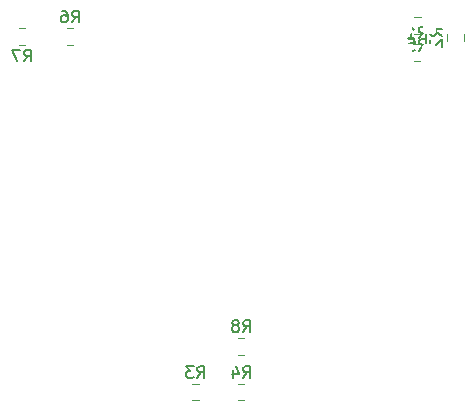
<source format=gbr>
G04 #@! TF.GenerationSoftware,KiCad,Pcbnew,(5.1.2-1)-1*
G04 #@! TF.CreationDate,2019-07-31T09:11:47+08:00*
G04 #@! TF.ProjectId,arduino_fft_led,61726475-696e-46f5-9f66-66745f6c6564,rev?*
G04 #@! TF.SameCoordinates,Original*
G04 #@! TF.FileFunction,Legend,Bot*
G04 #@! TF.FilePolarity,Positive*
%FSLAX46Y46*%
G04 Gerber Fmt 4.6, Leading zero omitted, Abs format (unit mm)*
G04 Created by KiCad (PCBNEW (5.1.2-1)-1) date 2019-07-31 09:11:47*
%MOMM*%
%LPD*%
G04 APERTURE LIST*
%ADD10C,0.120000*%
%ADD11C,0.150000*%
%ADD12O,1.727200X2.032000*%
%ADD13C,4.064000*%
%ADD14R,3.500000X3.500000*%
%ADD15C,0.100000*%
%ADD16C,3.000000*%
%ADD17C,3.500000*%
%ADD18R,2.500000X1.800000*%
%ADD19R,1.800000X2.500000*%
%ADD20C,1.200000*%
%ADD21R,1.700000X1.700000*%
%ADD22O,1.700000X1.700000*%
%ADD23C,2.000000*%
%ADD24R,2.000000X2.000000*%
%ADD25R,1.200000X1.200000*%
%ADD26C,2.340000*%
%ADD27C,1.150000*%
G04 APERTURE END LIST*
D10*
X169374452Y-93547000D02*
X168851948Y-93547000D01*
X169374452Y-92127000D02*
X168851948Y-92127000D01*
X171705200Y-91305748D02*
X171705200Y-91828252D01*
X173125200Y-91305748D02*
X173125200Y-91828252D01*
X150629252Y-120879800D02*
X150106748Y-120879800D01*
X150629252Y-122299800D02*
X150106748Y-122299800D01*
X154515452Y-122299800D02*
X153992948Y-122299800D01*
X154515452Y-120879800D02*
X153992948Y-120879800D01*
X168902748Y-91286400D02*
X169425252Y-91286400D01*
X168902748Y-89866400D02*
X169425252Y-89866400D01*
X140012052Y-90780800D02*
X139489548Y-90780800D01*
X140012052Y-92200800D02*
X139489548Y-92200800D01*
X135425548Y-90780800D02*
X135948052Y-90780800D01*
X135425548Y-92200800D02*
X135948052Y-92200800D01*
X154515452Y-118413600D02*
X153992948Y-118413600D01*
X154515452Y-116993600D02*
X153992948Y-116993600D01*
D11*
X169279866Y-91639380D02*
X169613200Y-91163190D01*
X169851295Y-91639380D02*
X169851295Y-90639380D01*
X169470342Y-90639380D01*
X169375104Y-90687000D01*
X169327485Y-90734619D01*
X169279866Y-90829857D01*
X169279866Y-90972714D01*
X169327485Y-91067952D01*
X169375104Y-91115571D01*
X169470342Y-91163190D01*
X169851295Y-91163190D01*
X168327485Y-91639380D02*
X168898914Y-91639380D01*
X168613200Y-91639380D02*
X168613200Y-90639380D01*
X168708438Y-90782238D01*
X168803676Y-90877476D01*
X168898914Y-90925095D01*
X171217580Y-91400333D02*
X170741390Y-91067000D01*
X171217580Y-90828904D02*
X170217580Y-90828904D01*
X170217580Y-91209857D01*
X170265200Y-91305095D01*
X170312819Y-91352714D01*
X170408057Y-91400333D01*
X170550914Y-91400333D01*
X170646152Y-91352714D01*
X170693771Y-91305095D01*
X170741390Y-91209857D01*
X170741390Y-90828904D01*
X170312819Y-91781285D02*
X170265200Y-91828904D01*
X170217580Y-91924142D01*
X170217580Y-92162238D01*
X170265200Y-92257476D01*
X170312819Y-92305095D01*
X170408057Y-92352714D01*
X170503295Y-92352714D01*
X170646152Y-92305095D01*
X171217580Y-91733666D01*
X171217580Y-92352714D01*
X150534666Y-120392180D02*
X150868000Y-119915990D01*
X151106095Y-120392180D02*
X151106095Y-119392180D01*
X150725142Y-119392180D01*
X150629904Y-119439800D01*
X150582285Y-119487419D01*
X150534666Y-119582657D01*
X150534666Y-119725514D01*
X150582285Y-119820752D01*
X150629904Y-119868371D01*
X150725142Y-119915990D01*
X151106095Y-119915990D01*
X150201333Y-119392180D02*
X149582285Y-119392180D01*
X149915619Y-119773133D01*
X149772761Y-119773133D01*
X149677523Y-119820752D01*
X149629904Y-119868371D01*
X149582285Y-119963609D01*
X149582285Y-120201704D01*
X149629904Y-120296942D01*
X149677523Y-120344561D01*
X149772761Y-120392180D01*
X150058476Y-120392180D01*
X150153714Y-120344561D01*
X150201333Y-120296942D01*
X154420866Y-120392180D02*
X154754200Y-119915990D01*
X154992295Y-120392180D02*
X154992295Y-119392180D01*
X154611342Y-119392180D01*
X154516104Y-119439800D01*
X154468485Y-119487419D01*
X154420866Y-119582657D01*
X154420866Y-119725514D01*
X154468485Y-119820752D01*
X154516104Y-119868371D01*
X154611342Y-119915990D01*
X154992295Y-119915990D01*
X153563723Y-119725514D02*
X153563723Y-120392180D01*
X153801819Y-119344561D02*
X154039914Y-120058847D01*
X153420866Y-120058847D01*
X169330666Y-92678780D02*
X169664000Y-92202590D01*
X169902095Y-92678780D02*
X169902095Y-91678780D01*
X169521142Y-91678780D01*
X169425904Y-91726400D01*
X169378285Y-91774019D01*
X169330666Y-91869257D01*
X169330666Y-92012114D01*
X169378285Y-92107352D01*
X169425904Y-92154971D01*
X169521142Y-92202590D01*
X169902095Y-92202590D01*
X168425904Y-91678780D02*
X168902095Y-91678780D01*
X168949714Y-92154971D01*
X168902095Y-92107352D01*
X168806857Y-92059733D01*
X168568761Y-92059733D01*
X168473523Y-92107352D01*
X168425904Y-92154971D01*
X168378285Y-92250209D01*
X168378285Y-92488304D01*
X168425904Y-92583542D01*
X168473523Y-92631161D01*
X168568761Y-92678780D01*
X168806857Y-92678780D01*
X168902095Y-92631161D01*
X168949714Y-92583542D01*
X139917466Y-90293180D02*
X140250800Y-89816990D01*
X140488895Y-90293180D02*
X140488895Y-89293180D01*
X140107942Y-89293180D01*
X140012704Y-89340800D01*
X139965085Y-89388419D01*
X139917466Y-89483657D01*
X139917466Y-89626514D01*
X139965085Y-89721752D01*
X140012704Y-89769371D01*
X140107942Y-89816990D01*
X140488895Y-89816990D01*
X139060323Y-89293180D02*
X139250800Y-89293180D01*
X139346038Y-89340800D01*
X139393657Y-89388419D01*
X139488895Y-89531276D01*
X139536514Y-89721752D01*
X139536514Y-90102704D01*
X139488895Y-90197942D01*
X139441276Y-90245561D01*
X139346038Y-90293180D01*
X139155561Y-90293180D01*
X139060323Y-90245561D01*
X139012704Y-90197942D01*
X138965085Y-90102704D01*
X138965085Y-89864609D01*
X139012704Y-89769371D01*
X139060323Y-89721752D01*
X139155561Y-89674133D01*
X139346038Y-89674133D01*
X139441276Y-89721752D01*
X139488895Y-89769371D01*
X139536514Y-89864609D01*
X135853466Y-93593180D02*
X136186800Y-93116990D01*
X136424895Y-93593180D02*
X136424895Y-92593180D01*
X136043942Y-92593180D01*
X135948704Y-92640800D01*
X135901085Y-92688419D01*
X135853466Y-92783657D01*
X135853466Y-92926514D01*
X135901085Y-93021752D01*
X135948704Y-93069371D01*
X136043942Y-93116990D01*
X136424895Y-93116990D01*
X135520133Y-92593180D02*
X134853466Y-92593180D01*
X135282038Y-93593180D01*
X154420866Y-116505980D02*
X154754200Y-116029790D01*
X154992295Y-116505980D02*
X154992295Y-115505980D01*
X154611342Y-115505980D01*
X154516104Y-115553600D01*
X154468485Y-115601219D01*
X154420866Y-115696457D01*
X154420866Y-115839314D01*
X154468485Y-115934552D01*
X154516104Y-115982171D01*
X154611342Y-116029790D01*
X154992295Y-116029790D01*
X153849438Y-115934552D02*
X153944676Y-115886933D01*
X153992295Y-115839314D01*
X154039914Y-115744076D01*
X154039914Y-115696457D01*
X153992295Y-115601219D01*
X153944676Y-115553600D01*
X153849438Y-115505980D01*
X153658961Y-115505980D01*
X153563723Y-115553600D01*
X153516104Y-115601219D01*
X153468485Y-115696457D01*
X153468485Y-115744076D01*
X153516104Y-115839314D01*
X153563723Y-115886933D01*
X153658961Y-115934552D01*
X153849438Y-115934552D01*
X153944676Y-115982171D01*
X153992295Y-116029790D01*
X154039914Y-116125028D01*
X154039914Y-116315504D01*
X153992295Y-116410742D01*
X153944676Y-116458361D01*
X153849438Y-116505980D01*
X153658961Y-116505980D01*
X153563723Y-116458361D01*
X153516104Y-116410742D01*
X153468485Y-116315504D01*
X153468485Y-116125028D01*
X153516104Y-116029790D01*
X153563723Y-115982171D01*
X153658961Y-115934552D01*
%LPC*%
D12*
X138938000Y-123825000D03*
X141478000Y-123825000D03*
X144018000Y-123825000D03*
X146558000Y-123825000D03*
X149098000Y-123825000D03*
X151638000Y-123825000D03*
X154178000Y-123825000D03*
X156718000Y-123825000D03*
X161798000Y-123825000D03*
X164338000Y-123825000D03*
X166878000Y-123825000D03*
X169418000Y-123825000D03*
X171958000Y-123825000D03*
X174498000Y-123825000D03*
X129794000Y-75565000D03*
X132334000Y-75565000D03*
X134874000Y-75565000D03*
X137414000Y-75565000D03*
X139954000Y-75565000D03*
X142494000Y-75565000D03*
X145034000Y-75565000D03*
X147574000Y-75565000D03*
X150114000Y-75565000D03*
X152654000Y-75565000D03*
X156718000Y-75565000D03*
X159258000Y-75565000D03*
X161798000Y-75565000D03*
X164338000Y-75565000D03*
X166878000Y-75565000D03*
X169418000Y-75565000D03*
X171958000Y-75565000D03*
X174498000Y-75565000D03*
D13*
X124968000Y-123825000D03*
X177038000Y-118745000D03*
X126238000Y-75565000D03*
X177038000Y-90805000D03*
D14*
X121640600Y-105689400D03*
D15*
G36*
X116464113Y-103943011D02*
G01*
X116536918Y-103953811D01*
X116608314Y-103971695D01*
X116677613Y-103996490D01*
X116744148Y-104027959D01*
X116807278Y-104065798D01*
X116866395Y-104109642D01*
X116920930Y-104159070D01*
X116970358Y-104213605D01*
X117014202Y-104272722D01*
X117052041Y-104335852D01*
X117083510Y-104402387D01*
X117108305Y-104471686D01*
X117126189Y-104543082D01*
X117136989Y-104615887D01*
X117140600Y-104689400D01*
X117140600Y-106689400D01*
X117136989Y-106762913D01*
X117126189Y-106835718D01*
X117108305Y-106907114D01*
X117083510Y-106976413D01*
X117052041Y-107042948D01*
X117014202Y-107106078D01*
X116970358Y-107165195D01*
X116920930Y-107219730D01*
X116866395Y-107269158D01*
X116807278Y-107313002D01*
X116744148Y-107350841D01*
X116677613Y-107382310D01*
X116608314Y-107407105D01*
X116536918Y-107424989D01*
X116464113Y-107435789D01*
X116390600Y-107439400D01*
X114890600Y-107439400D01*
X114817087Y-107435789D01*
X114744282Y-107424989D01*
X114672886Y-107407105D01*
X114603587Y-107382310D01*
X114537052Y-107350841D01*
X114473922Y-107313002D01*
X114414805Y-107269158D01*
X114360270Y-107219730D01*
X114310842Y-107165195D01*
X114266998Y-107106078D01*
X114229159Y-107042948D01*
X114197690Y-106976413D01*
X114172895Y-106907114D01*
X114155011Y-106835718D01*
X114144211Y-106762913D01*
X114140600Y-106689400D01*
X114140600Y-104689400D01*
X114144211Y-104615887D01*
X114155011Y-104543082D01*
X114172895Y-104471686D01*
X114197690Y-104402387D01*
X114229159Y-104335852D01*
X114266998Y-104272722D01*
X114310842Y-104213605D01*
X114360270Y-104159070D01*
X114414805Y-104109642D01*
X114473922Y-104065798D01*
X114537052Y-104027959D01*
X114603587Y-103996490D01*
X114672886Y-103971695D01*
X114744282Y-103953811D01*
X114817087Y-103943011D01*
X114890600Y-103939400D01*
X116390600Y-103939400D01*
X116464113Y-103943011D01*
X116464113Y-103943011D01*
G37*
D16*
X115640600Y-105689400D03*
D15*
G36*
X119601365Y-108643613D02*
G01*
X119686304Y-108656213D01*
X119769599Y-108677077D01*
X119850448Y-108706005D01*
X119928072Y-108742719D01*
X120001724Y-108786864D01*
X120070694Y-108838016D01*
X120134318Y-108895682D01*
X120191984Y-108959306D01*
X120243136Y-109028276D01*
X120287281Y-109101928D01*
X120323995Y-109179552D01*
X120352923Y-109260401D01*
X120373787Y-109343696D01*
X120386387Y-109428635D01*
X120390600Y-109514400D01*
X120390600Y-111264400D01*
X120386387Y-111350165D01*
X120373787Y-111435104D01*
X120352923Y-111518399D01*
X120323995Y-111599248D01*
X120287281Y-111676872D01*
X120243136Y-111750524D01*
X120191984Y-111819494D01*
X120134318Y-111883118D01*
X120070694Y-111940784D01*
X120001724Y-111991936D01*
X119928072Y-112036081D01*
X119850448Y-112072795D01*
X119769599Y-112101723D01*
X119686304Y-112122587D01*
X119601365Y-112135187D01*
X119515600Y-112139400D01*
X117765600Y-112139400D01*
X117679835Y-112135187D01*
X117594896Y-112122587D01*
X117511601Y-112101723D01*
X117430752Y-112072795D01*
X117353128Y-112036081D01*
X117279476Y-111991936D01*
X117210506Y-111940784D01*
X117146882Y-111883118D01*
X117089216Y-111819494D01*
X117038064Y-111750524D01*
X116993919Y-111676872D01*
X116957205Y-111599248D01*
X116928277Y-111518399D01*
X116907413Y-111435104D01*
X116894813Y-111350165D01*
X116890600Y-111264400D01*
X116890600Y-109514400D01*
X116894813Y-109428635D01*
X116907413Y-109343696D01*
X116928277Y-109260401D01*
X116957205Y-109179552D01*
X116993919Y-109101928D01*
X117038064Y-109028276D01*
X117089216Y-108959306D01*
X117146882Y-108895682D01*
X117210506Y-108838016D01*
X117279476Y-108786864D01*
X117353128Y-108742719D01*
X117430752Y-108706005D01*
X117511601Y-108677077D01*
X117594896Y-108656213D01*
X117679835Y-108643613D01*
X117765600Y-108639400D01*
X119515600Y-108639400D01*
X119601365Y-108643613D01*
X119601365Y-108643613D01*
G37*
D17*
X118640600Y-110389400D03*
D18*
X168122600Y-108189400D03*
X168122600Y-103189400D03*
X168122600Y-110689400D03*
X168122600Y-100689400D03*
D19*
X173122600Y-105689400D03*
D20*
X168122600Y-105689400D03*
X173122600Y-110689400D03*
X175622600Y-110689400D03*
X173122600Y-100689400D03*
X175622600Y-100689400D03*
D21*
X138709400Y-81686400D03*
D22*
X138709400Y-84226400D03*
X138709400Y-86766400D03*
X143789400Y-86766400D03*
X143789400Y-84226400D03*
D21*
X143789400Y-81686400D03*
X148869400Y-81686400D03*
D22*
X148869400Y-84226400D03*
X148869400Y-86766400D03*
X153949400Y-86766400D03*
X153949400Y-84226400D03*
D21*
X153949400Y-81686400D03*
X159029400Y-81686400D03*
D22*
X159029400Y-84226400D03*
X159029400Y-86766400D03*
X164109400Y-86766400D03*
X164109400Y-84226400D03*
D21*
X164109400Y-81686400D03*
X169189400Y-81686400D03*
D22*
X169189400Y-84226400D03*
X169189400Y-86766400D03*
X174269400Y-86766400D03*
X174269400Y-84226400D03*
D21*
X174269400Y-81686400D03*
D23*
X146075400Y-119786400D03*
D24*
X143535400Y-119786400D03*
D20*
X167379400Y-95961200D03*
D25*
X165379400Y-95961200D03*
X170332400Y-95961200D03*
D20*
X172332400Y-95961200D03*
D25*
X174472600Y-114300000D03*
D20*
X172472600Y-114300000D03*
D25*
X137718800Y-94411800D03*
D20*
X137718800Y-96411800D03*
X139065000Y-104959400D03*
D25*
X139065000Y-106959400D03*
D26*
X137101600Y-117373400D03*
X132101600Y-117373400D03*
X127101600Y-117373400D03*
X137101600Y-112373400D03*
X132101600Y-112373400D03*
X127101600Y-112373400D03*
D22*
X113563400Y-95707200D03*
D21*
X113563400Y-93167200D03*
X113588800Y-82524600D03*
D22*
X113588800Y-85064600D03*
D21*
X132130800Y-93192600D03*
D22*
X132130800Y-95732600D03*
X132080000Y-85090000D03*
D21*
X132080000Y-82550000D03*
D22*
X159512000Y-92659200D03*
D21*
X162052000Y-92659200D03*
X149504400Y-92659200D03*
D22*
X146964400Y-92659200D03*
D21*
X162077400Y-97561400D03*
D22*
X159537400Y-97561400D03*
X146964400Y-97561400D03*
D21*
X149504400Y-97561400D03*
D22*
X159512000Y-115544600D03*
D21*
X162052000Y-115544600D03*
X172440600Y-120015000D03*
D22*
X169900600Y-120015000D03*
X167360600Y-120015000D03*
X164820600Y-120015000D03*
X162280600Y-120015000D03*
X159740600Y-120015000D03*
X157200600Y-120015000D03*
D21*
X149504400Y-115570000D03*
D22*
X146964400Y-115570000D03*
X144424400Y-115570000D03*
D15*
G36*
X168437705Y-92138204D02*
G01*
X168461973Y-92141804D01*
X168485772Y-92147765D01*
X168508871Y-92156030D01*
X168531050Y-92166520D01*
X168552093Y-92179132D01*
X168571799Y-92193747D01*
X168589977Y-92210223D01*
X168606453Y-92228401D01*
X168621068Y-92248107D01*
X168633680Y-92269150D01*
X168644170Y-92291329D01*
X168652435Y-92314428D01*
X168658396Y-92338227D01*
X168661996Y-92362495D01*
X168663200Y-92386999D01*
X168663200Y-93287001D01*
X168661996Y-93311505D01*
X168658396Y-93335773D01*
X168652435Y-93359572D01*
X168644170Y-93382671D01*
X168633680Y-93404850D01*
X168621068Y-93425893D01*
X168606453Y-93445599D01*
X168589977Y-93463777D01*
X168571799Y-93480253D01*
X168552093Y-93494868D01*
X168531050Y-93507480D01*
X168508871Y-93517970D01*
X168485772Y-93526235D01*
X168461973Y-93532196D01*
X168437705Y-93535796D01*
X168413201Y-93537000D01*
X167763199Y-93537000D01*
X167738695Y-93535796D01*
X167714427Y-93532196D01*
X167690628Y-93526235D01*
X167667529Y-93517970D01*
X167645350Y-93507480D01*
X167624307Y-93494868D01*
X167604601Y-93480253D01*
X167586423Y-93463777D01*
X167569947Y-93445599D01*
X167555332Y-93425893D01*
X167542720Y-93404850D01*
X167532230Y-93382671D01*
X167523965Y-93359572D01*
X167518004Y-93335773D01*
X167514404Y-93311505D01*
X167513200Y-93287001D01*
X167513200Y-92386999D01*
X167514404Y-92362495D01*
X167518004Y-92338227D01*
X167523965Y-92314428D01*
X167532230Y-92291329D01*
X167542720Y-92269150D01*
X167555332Y-92248107D01*
X167569947Y-92228401D01*
X167586423Y-92210223D01*
X167604601Y-92193747D01*
X167624307Y-92179132D01*
X167645350Y-92166520D01*
X167667529Y-92156030D01*
X167690628Y-92147765D01*
X167714427Y-92141804D01*
X167738695Y-92138204D01*
X167763199Y-92137000D01*
X168413201Y-92137000D01*
X168437705Y-92138204D01*
X168437705Y-92138204D01*
G37*
D27*
X168088200Y-92837000D03*
D15*
G36*
X170487705Y-92138204D02*
G01*
X170511973Y-92141804D01*
X170535772Y-92147765D01*
X170558871Y-92156030D01*
X170581050Y-92166520D01*
X170602093Y-92179132D01*
X170621799Y-92193747D01*
X170639977Y-92210223D01*
X170656453Y-92228401D01*
X170671068Y-92248107D01*
X170683680Y-92269150D01*
X170694170Y-92291329D01*
X170702435Y-92314428D01*
X170708396Y-92338227D01*
X170711996Y-92362495D01*
X170713200Y-92386999D01*
X170713200Y-93287001D01*
X170711996Y-93311505D01*
X170708396Y-93335773D01*
X170702435Y-93359572D01*
X170694170Y-93382671D01*
X170683680Y-93404850D01*
X170671068Y-93425893D01*
X170656453Y-93445599D01*
X170639977Y-93463777D01*
X170621799Y-93480253D01*
X170602093Y-93494868D01*
X170581050Y-93507480D01*
X170558871Y-93517970D01*
X170535772Y-93526235D01*
X170511973Y-93532196D01*
X170487705Y-93535796D01*
X170463201Y-93537000D01*
X169813199Y-93537000D01*
X169788695Y-93535796D01*
X169764427Y-93532196D01*
X169740628Y-93526235D01*
X169717529Y-93517970D01*
X169695350Y-93507480D01*
X169674307Y-93494868D01*
X169654601Y-93480253D01*
X169636423Y-93463777D01*
X169619947Y-93445599D01*
X169605332Y-93425893D01*
X169592720Y-93404850D01*
X169582230Y-93382671D01*
X169573965Y-93359572D01*
X169568004Y-93335773D01*
X169564404Y-93311505D01*
X169563200Y-93287001D01*
X169563200Y-92386999D01*
X169564404Y-92362495D01*
X169568004Y-92338227D01*
X169573965Y-92314428D01*
X169582230Y-92291329D01*
X169592720Y-92269150D01*
X169605332Y-92248107D01*
X169619947Y-92228401D01*
X169636423Y-92210223D01*
X169654601Y-92193747D01*
X169674307Y-92179132D01*
X169695350Y-92166520D01*
X169717529Y-92156030D01*
X169740628Y-92147765D01*
X169764427Y-92141804D01*
X169788695Y-92138204D01*
X169813199Y-92137000D01*
X170463201Y-92137000D01*
X170487705Y-92138204D01*
X170487705Y-92138204D01*
G37*
D27*
X170138200Y-92837000D03*
D15*
G36*
X172889705Y-89968204D02*
G01*
X172913973Y-89971804D01*
X172937772Y-89977765D01*
X172960871Y-89986030D01*
X172983050Y-89996520D01*
X173004093Y-90009132D01*
X173023799Y-90023747D01*
X173041977Y-90040223D01*
X173058453Y-90058401D01*
X173073068Y-90078107D01*
X173085680Y-90099150D01*
X173096170Y-90121329D01*
X173104435Y-90144428D01*
X173110396Y-90168227D01*
X173113996Y-90192495D01*
X173115200Y-90216999D01*
X173115200Y-90867001D01*
X173113996Y-90891505D01*
X173110396Y-90915773D01*
X173104435Y-90939572D01*
X173096170Y-90962671D01*
X173085680Y-90984850D01*
X173073068Y-91005893D01*
X173058453Y-91025599D01*
X173041977Y-91043777D01*
X173023799Y-91060253D01*
X173004093Y-91074868D01*
X172983050Y-91087480D01*
X172960871Y-91097970D01*
X172937772Y-91106235D01*
X172913973Y-91112196D01*
X172889705Y-91115796D01*
X172865201Y-91117000D01*
X171965199Y-91117000D01*
X171940695Y-91115796D01*
X171916427Y-91112196D01*
X171892628Y-91106235D01*
X171869529Y-91097970D01*
X171847350Y-91087480D01*
X171826307Y-91074868D01*
X171806601Y-91060253D01*
X171788423Y-91043777D01*
X171771947Y-91025599D01*
X171757332Y-91005893D01*
X171744720Y-90984850D01*
X171734230Y-90962671D01*
X171725965Y-90939572D01*
X171720004Y-90915773D01*
X171716404Y-90891505D01*
X171715200Y-90867001D01*
X171715200Y-90216999D01*
X171716404Y-90192495D01*
X171720004Y-90168227D01*
X171725965Y-90144428D01*
X171734230Y-90121329D01*
X171744720Y-90099150D01*
X171757332Y-90078107D01*
X171771947Y-90058401D01*
X171788423Y-90040223D01*
X171806601Y-90023747D01*
X171826307Y-90009132D01*
X171847350Y-89996520D01*
X171869529Y-89986030D01*
X171892628Y-89977765D01*
X171916427Y-89971804D01*
X171940695Y-89968204D01*
X171965199Y-89967000D01*
X172865201Y-89967000D01*
X172889705Y-89968204D01*
X172889705Y-89968204D01*
G37*
D27*
X172415200Y-90542000D03*
D15*
G36*
X172889705Y-92018204D02*
G01*
X172913973Y-92021804D01*
X172937772Y-92027765D01*
X172960871Y-92036030D01*
X172983050Y-92046520D01*
X173004093Y-92059132D01*
X173023799Y-92073747D01*
X173041977Y-92090223D01*
X173058453Y-92108401D01*
X173073068Y-92128107D01*
X173085680Y-92149150D01*
X173096170Y-92171329D01*
X173104435Y-92194428D01*
X173110396Y-92218227D01*
X173113996Y-92242495D01*
X173115200Y-92266999D01*
X173115200Y-92917001D01*
X173113996Y-92941505D01*
X173110396Y-92965773D01*
X173104435Y-92989572D01*
X173096170Y-93012671D01*
X173085680Y-93034850D01*
X173073068Y-93055893D01*
X173058453Y-93075599D01*
X173041977Y-93093777D01*
X173023799Y-93110253D01*
X173004093Y-93124868D01*
X172983050Y-93137480D01*
X172960871Y-93147970D01*
X172937772Y-93156235D01*
X172913973Y-93162196D01*
X172889705Y-93165796D01*
X172865201Y-93167000D01*
X171965199Y-93167000D01*
X171940695Y-93165796D01*
X171916427Y-93162196D01*
X171892628Y-93156235D01*
X171869529Y-93147970D01*
X171847350Y-93137480D01*
X171826307Y-93124868D01*
X171806601Y-93110253D01*
X171788423Y-93093777D01*
X171771947Y-93075599D01*
X171757332Y-93055893D01*
X171744720Y-93034850D01*
X171734230Y-93012671D01*
X171725965Y-92989572D01*
X171720004Y-92965773D01*
X171716404Y-92941505D01*
X171715200Y-92917001D01*
X171715200Y-92266999D01*
X171716404Y-92242495D01*
X171720004Y-92218227D01*
X171725965Y-92194428D01*
X171734230Y-92171329D01*
X171744720Y-92149150D01*
X171757332Y-92128107D01*
X171771947Y-92108401D01*
X171788423Y-92090223D01*
X171806601Y-92073747D01*
X171826307Y-92059132D01*
X171847350Y-92046520D01*
X171869529Y-92036030D01*
X171892628Y-92027765D01*
X171916427Y-92021804D01*
X171940695Y-92018204D01*
X171965199Y-92017000D01*
X172865201Y-92017000D01*
X172889705Y-92018204D01*
X172889705Y-92018204D01*
G37*
D27*
X172415200Y-92592000D03*
D15*
G36*
X151742505Y-120891004D02*
G01*
X151766773Y-120894604D01*
X151790572Y-120900565D01*
X151813671Y-120908830D01*
X151835850Y-120919320D01*
X151856893Y-120931932D01*
X151876599Y-120946547D01*
X151894777Y-120963023D01*
X151911253Y-120981201D01*
X151925868Y-121000907D01*
X151938480Y-121021950D01*
X151948970Y-121044129D01*
X151957235Y-121067228D01*
X151963196Y-121091027D01*
X151966796Y-121115295D01*
X151968000Y-121139799D01*
X151968000Y-122039801D01*
X151966796Y-122064305D01*
X151963196Y-122088573D01*
X151957235Y-122112372D01*
X151948970Y-122135471D01*
X151938480Y-122157650D01*
X151925868Y-122178693D01*
X151911253Y-122198399D01*
X151894777Y-122216577D01*
X151876599Y-122233053D01*
X151856893Y-122247668D01*
X151835850Y-122260280D01*
X151813671Y-122270770D01*
X151790572Y-122279035D01*
X151766773Y-122284996D01*
X151742505Y-122288596D01*
X151718001Y-122289800D01*
X151067999Y-122289800D01*
X151043495Y-122288596D01*
X151019227Y-122284996D01*
X150995428Y-122279035D01*
X150972329Y-122270770D01*
X150950150Y-122260280D01*
X150929107Y-122247668D01*
X150909401Y-122233053D01*
X150891223Y-122216577D01*
X150874747Y-122198399D01*
X150860132Y-122178693D01*
X150847520Y-122157650D01*
X150837030Y-122135471D01*
X150828765Y-122112372D01*
X150822804Y-122088573D01*
X150819204Y-122064305D01*
X150818000Y-122039801D01*
X150818000Y-121139799D01*
X150819204Y-121115295D01*
X150822804Y-121091027D01*
X150828765Y-121067228D01*
X150837030Y-121044129D01*
X150847520Y-121021950D01*
X150860132Y-121000907D01*
X150874747Y-120981201D01*
X150891223Y-120963023D01*
X150909401Y-120946547D01*
X150929107Y-120931932D01*
X150950150Y-120919320D01*
X150972329Y-120908830D01*
X150995428Y-120900565D01*
X151019227Y-120894604D01*
X151043495Y-120891004D01*
X151067999Y-120889800D01*
X151718001Y-120889800D01*
X151742505Y-120891004D01*
X151742505Y-120891004D01*
G37*
D27*
X151393000Y-121589800D03*
D15*
G36*
X149692505Y-120891004D02*
G01*
X149716773Y-120894604D01*
X149740572Y-120900565D01*
X149763671Y-120908830D01*
X149785850Y-120919320D01*
X149806893Y-120931932D01*
X149826599Y-120946547D01*
X149844777Y-120963023D01*
X149861253Y-120981201D01*
X149875868Y-121000907D01*
X149888480Y-121021950D01*
X149898970Y-121044129D01*
X149907235Y-121067228D01*
X149913196Y-121091027D01*
X149916796Y-121115295D01*
X149918000Y-121139799D01*
X149918000Y-122039801D01*
X149916796Y-122064305D01*
X149913196Y-122088573D01*
X149907235Y-122112372D01*
X149898970Y-122135471D01*
X149888480Y-122157650D01*
X149875868Y-122178693D01*
X149861253Y-122198399D01*
X149844777Y-122216577D01*
X149826599Y-122233053D01*
X149806893Y-122247668D01*
X149785850Y-122260280D01*
X149763671Y-122270770D01*
X149740572Y-122279035D01*
X149716773Y-122284996D01*
X149692505Y-122288596D01*
X149668001Y-122289800D01*
X149017999Y-122289800D01*
X148993495Y-122288596D01*
X148969227Y-122284996D01*
X148945428Y-122279035D01*
X148922329Y-122270770D01*
X148900150Y-122260280D01*
X148879107Y-122247668D01*
X148859401Y-122233053D01*
X148841223Y-122216577D01*
X148824747Y-122198399D01*
X148810132Y-122178693D01*
X148797520Y-122157650D01*
X148787030Y-122135471D01*
X148778765Y-122112372D01*
X148772804Y-122088573D01*
X148769204Y-122064305D01*
X148768000Y-122039801D01*
X148768000Y-121139799D01*
X148769204Y-121115295D01*
X148772804Y-121091027D01*
X148778765Y-121067228D01*
X148787030Y-121044129D01*
X148797520Y-121021950D01*
X148810132Y-121000907D01*
X148824747Y-120981201D01*
X148841223Y-120963023D01*
X148859401Y-120946547D01*
X148879107Y-120931932D01*
X148900150Y-120919320D01*
X148922329Y-120908830D01*
X148945428Y-120900565D01*
X148969227Y-120894604D01*
X148993495Y-120891004D01*
X149017999Y-120889800D01*
X149668001Y-120889800D01*
X149692505Y-120891004D01*
X149692505Y-120891004D01*
G37*
D27*
X149343000Y-121589800D03*
D15*
G36*
X153578705Y-120891004D02*
G01*
X153602973Y-120894604D01*
X153626772Y-120900565D01*
X153649871Y-120908830D01*
X153672050Y-120919320D01*
X153693093Y-120931932D01*
X153712799Y-120946547D01*
X153730977Y-120963023D01*
X153747453Y-120981201D01*
X153762068Y-121000907D01*
X153774680Y-121021950D01*
X153785170Y-121044129D01*
X153793435Y-121067228D01*
X153799396Y-121091027D01*
X153802996Y-121115295D01*
X153804200Y-121139799D01*
X153804200Y-122039801D01*
X153802996Y-122064305D01*
X153799396Y-122088573D01*
X153793435Y-122112372D01*
X153785170Y-122135471D01*
X153774680Y-122157650D01*
X153762068Y-122178693D01*
X153747453Y-122198399D01*
X153730977Y-122216577D01*
X153712799Y-122233053D01*
X153693093Y-122247668D01*
X153672050Y-122260280D01*
X153649871Y-122270770D01*
X153626772Y-122279035D01*
X153602973Y-122284996D01*
X153578705Y-122288596D01*
X153554201Y-122289800D01*
X152904199Y-122289800D01*
X152879695Y-122288596D01*
X152855427Y-122284996D01*
X152831628Y-122279035D01*
X152808529Y-122270770D01*
X152786350Y-122260280D01*
X152765307Y-122247668D01*
X152745601Y-122233053D01*
X152727423Y-122216577D01*
X152710947Y-122198399D01*
X152696332Y-122178693D01*
X152683720Y-122157650D01*
X152673230Y-122135471D01*
X152664965Y-122112372D01*
X152659004Y-122088573D01*
X152655404Y-122064305D01*
X152654200Y-122039801D01*
X152654200Y-121139799D01*
X152655404Y-121115295D01*
X152659004Y-121091027D01*
X152664965Y-121067228D01*
X152673230Y-121044129D01*
X152683720Y-121021950D01*
X152696332Y-121000907D01*
X152710947Y-120981201D01*
X152727423Y-120963023D01*
X152745601Y-120946547D01*
X152765307Y-120931932D01*
X152786350Y-120919320D01*
X152808529Y-120908830D01*
X152831628Y-120900565D01*
X152855427Y-120894604D01*
X152879695Y-120891004D01*
X152904199Y-120889800D01*
X153554201Y-120889800D01*
X153578705Y-120891004D01*
X153578705Y-120891004D01*
G37*
D27*
X153229200Y-121589800D03*
D15*
G36*
X155628705Y-120891004D02*
G01*
X155652973Y-120894604D01*
X155676772Y-120900565D01*
X155699871Y-120908830D01*
X155722050Y-120919320D01*
X155743093Y-120931932D01*
X155762799Y-120946547D01*
X155780977Y-120963023D01*
X155797453Y-120981201D01*
X155812068Y-121000907D01*
X155824680Y-121021950D01*
X155835170Y-121044129D01*
X155843435Y-121067228D01*
X155849396Y-121091027D01*
X155852996Y-121115295D01*
X155854200Y-121139799D01*
X155854200Y-122039801D01*
X155852996Y-122064305D01*
X155849396Y-122088573D01*
X155843435Y-122112372D01*
X155835170Y-122135471D01*
X155824680Y-122157650D01*
X155812068Y-122178693D01*
X155797453Y-122198399D01*
X155780977Y-122216577D01*
X155762799Y-122233053D01*
X155743093Y-122247668D01*
X155722050Y-122260280D01*
X155699871Y-122270770D01*
X155676772Y-122279035D01*
X155652973Y-122284996D01*
X155628705Y-122288596D01*
X155604201Y-122289800D01*
X154954199Y-122289800D01*
X154929695Y-122288596D01*
X154905427Y-122284996D01*
X154881628Y-122279035D01*
X154858529Y-122270770D01*
X154836350Y-122260280D01*
X154815307Y-122247668D01*
X154795601Y-122233053D01*
X154777423Y-122216577D01*
X154760947Y-122198399D01*
X154746332Y-122178693D01*
X154733720Y-122157650D01*
X154723230Y-122135471D01*
X154714965Y-122112372D01*
X154709004Y-122088573D01*
X154705404Y-122064305D01*
X154704200Y-122039801D01*
X154704200Y-121139799D01*
X154705404Y-121115295D01*
X154709004Y-121091027D01*
X154714965Y-121067228D01*
X154723230Y-121044129D01*
X154733720Y-121021950D01*
X154746332Y-121000907D01*
X154760947Y-120981201D01*
X154777423Y-120963023D01*
X154795601Y-120946547D01*
X154815307Y-120931932D01*
X154836350Y-120919320D01*
X154858529Y-120908830D01*
X154881628Y-120900565D01*
X154905427Y-120894604D01*
X154929695Y-120891004D01*
X154954199Y-120889800D01*
X155604201Y-120889800D01*
X155628705Y-120891004D01*
X155628705Y-120891004D01*
G37*
D27*
X155279200Y-121589800D03*
D15*
G36*
X168488505Y-89877604D02*
G01*
X168512773Y-89881204D01*
X168536572Y-89887165D01*
X168559671Y-89895430D01*
X168581850Y-89905920D01*
X168602893Y-89918532D01*
X168622599Y-89933147D01*
X168640777Y-89949623D01*
X168657253Y-89967801D01*
X168671868Y-89987507D01*
X168684480Y-90008550D01*
X168694970Y-90030729D01*
X168703235Y-90053828D01*
X168709196Y-90077627D01*
X168712796Y-90101895D01*
X168714000Y-90126399D01*
X168714000Y-91026401D01*
X168712796Y-91050905D01*
X168709196Y-91075173D01*
X168703235Y-91098972D01*
X168694970Y-91122071D01*
X168684480Y-91144250D01*
X168671868Y-91165293D01*
X168657253Y-91184999D01*
X168640777Y-91203177D01*
X168622599Y-91219653D01*
X168602893Y-91234268D01*
X168581850Y-91246880D01*
X168559671Y-91257370D01*
X168536572Y-91265635D01*
X168512773Y-91271596D01*
X168488505Y-91275196D01*
X168464001Y-91276400D01*
X167813999Y-91276400D01*
X167789495Y-91275196D01*
X167765227Y-91271596D01*
X167741428Y-91265635D01*
X167718329Y-91257370D01*
X167696150Y-91246880D01*
X167675107Y-91234268D01*
X167655401Y-91219653D01*
X167637223Y-91203177D01*
X167620747Y-91184999D01*
X167606132Y-91165293D01*
X167593520Y-91144250D01*
X167583030Y-91122071D01*
X167574765Y-91098972D01*
X167568804Y-91075173D01*
X167565204Y-91050905D01*
X167564000Y-91026401D01*
X167564000Y-90126399D01*
X167565204Y-90101895D01*
X167568804Y-90077627D01*
X167574765Y-90053828D01*
X167583030Y-90030729D01*
X167593520Y-90008550D01*
X167606132Y-89987507D01*
X167620747Y-89967801D01*
X167637223Y-89949623D01*
X167655401Y-89933147D01*
X167675107Y-89918532D01*
X167696150Y-89905920D01*
X167718329Y-89895430D01*
X167741428Y-89887165D01*
X167765227Y-89881204D01*
X167789495Y-89877604D01*
X167813999Y-89876400D01*
X168464001Y-89876400D01*
X168488505Y-89877604D01*
X168488505Y-89877604D01*
G37*
D27*
X168139000Y-90576400D03*
D15*
G36*
X170538505Y-89877604D02*
G01*
X170562773Y-89881204D01*
X170586572Y-89887165D01*
X170609671Y-89895430D01*
X170631850Y-89905920D01*
X170652893Y-89918532D01*
X170672599Y-89933147D01*
X170690777Y-89949623D01*
X170707253Y-89967801D01*
X170721868Y-89987507D01*
X170734480Y-90008550D01*
X170744970Y-90030729D01*
X170753235Y-90053828D01*
X170759196Y-90077627D01*
X170762796Y-90101895D01*
X170764000Y-90126399D01*
X170764000Y-91026401D01*
X170762796Y-91050905D01*
X170759196Y-91075173D01*
X170753235Y-91098972D01*
X170744970Y-91122071D01*
X170734480Y-91144250D01*
X170721868Y-91165293D01*
X170707253Y-91184999D01*
X170690777Y-91203177D01*
X170672599Y-91219653D01*
X170652893Y-91234268D01*
X170631850Y-91246880D01*
X170609671Y-91257370D01*
X170586572Y-91265635D01*
X170562773Y-91271596D01*
X170538505Y-91275196D01*
X170514001Y-91276400D01*
X169863999Y-91276400D01*
X169839495Y-91275196D01*
X169815227Y-91271596D01*
X169791428Y-91265635D01*
X169768329Y-91257370D01*
X169746150Y-91246880D01*
X169725107Y-91234268D01*
X169705401Y-91219653D01*
X169687223Y-91203177D01*
X169670747Y-91184999D01*
X169656132Y-91165293D01*
X169643520Y-91144250D01*
X169633030Y-91122071D01*
X169624765Y-91098972D01*
X169618804Y-91075173D01*
X169615204Y-91050905D01*
X169614000Y-91026401D01*
X169614000Y-90126399D01*
X169615204Y-90101895D01*
X169618804Y-90077627D01*
X169624765Y-90053828D01*
X169633030Y-90030729D01*
X169643520Y-90008550D01*
X169656132Y-89987507D01*
X169670747Y-89967801D01*
X169687223Y-89949623D01*
X169705401Y-89933147D01*
X169725107Y-89918532D01*
X169746150Y-89905920D01*
X169768329Y-89895430D01*
X169791428Y-89887165D01*
X169815227Y-89881204D01*
X169839495Y-89877604D01*
X169863999Y-89876400D01*
X170514001Y-89876400D01*
X170538505Y-89877604D01*
X170538505Y-89877604D01*
G37*
D27*
X170189000Y-90576400D03*
D15*
G36*
X141125305Y-90792004D02*
G01*
X141149573Y-90795604D01*
X141173372Y-90801565D01*
X141196471Y-90809830D01*
X141218650Y-90820320D01*
X141239693Y-90832932D01*
X141259399Y-90847547D01*
X141277577Y-90864023D01*
X141294053Y-90882201D01*
X141308668Y-90901907D01*
X141321280Y-90922950D01*
X141331770Y-90945129D01*
X141340035Y-90968228D01*
X141345996Y-90992027D01*
X141349596Y-91016295D01*
X141350800Y-91040799D01*
X141350800Y-91940801D01*
X141349596Y-91965305D01*
X141345996Y-91989573D01*
X141340035Y-92013372D01*
X141331770Y-92036471D01*
X141321280Y-92058650D01*
X141308668Y-92079693D01*
X141294053Y-92099399D01*
X141277577Y-92117577D01*
X141259399Y-92134053D01*
X141239693Y-92148668D01*
X141218650Y-92161280D01*
X141196471Y-92171770D01*
X141173372Y-92180035D01*
X141149573Y-92185996D01*
X141125305Y-92189596D01*
X141100801Y-92190800D01*
X140450799Y-92190800D01*
X140426295Y-92189596D01*
X140402027Y-92185996D01*
X140378228Y-92180035D01*
X140355129Y-92171770D01*
X140332950Y-92161280D01*
X140311907Y-92148668D01*
X140292201Y-92134053D01*
X140274023Y-92117577D01*
X140257547Y-92099399D01*
X140242932Y-92079693D01*
X140230320Y-92058650D01*
X140219830Y-92036471D01*
X140211565Y-92013372D01*
X140205604Y-91989573D01*
X140202004Y-91965305D01*
X140200800Y-91940801D01*
X140200800Y-91040799D01*
X140202004Y-91016295D01*
X140205604Y-90992027D01*
X140211565Y-90968228D01*
X140219830Y-90945129D01*
X140230320Y-90922950D01*
X140242932Y-90901907D01*
X140257547Y-90882201D01*
X140274023Y-90864023D01*
X140292201Y-90847547D01*
X140311907Y-90832932D01*
X140332950Y-90820320D01*
X140355129Y-90809830D01*
X140378228Y-90801565D01*
X140402027Y-90795604D01*
X140426295Y-90792004D01*
X140450799Y-90790800D01*
X141100801Y-90790800D01*
X141125305Y-90792004D01*
X141125305Y-90792004D01*
G37*
D27*
X140775800Y-91490800D03*
D15*
G36*
X139075305Y-90792004D02*
G01*
X139099573Y-90795604D01*
X139123372Y-90801565D01*
X139146471Y-90809830D01*
X139168650Y-90820320D01*
X139189693Y-90832932D01*
X139209399Y-90847547D01*
X139227577Y-90864023D01*
X139244053Y-90882201D01*
X139258668Y-90901907D01*
X139271280Y-90922950D01*
X139281770Y-90945129D01*
X139290035Y-90968228D01*
X139295996Y-90992027D01*
X139299596Y-91016295D01*
X139300800Y-91040799D01*
X139300800Y-91940801D01*
X139299596Y-91965305D01*
X139295996Y-91989573D01*
X139290035Y-92013372D01*
X139281770Y-92036471D01*
X139271280Y-92058650D01*
X139258668Y-92079693D01*
X139244053Y-92099399D01*
X139227577Y-92117577D01*
X139209399Y-92134053D01*
X139189693Y-92148668D01*
X139168650Y-92161280D01*
X139146471Y-92171770D01*
X139123372Y-92180035D01*
X139099573Y-92185996D01*
X139075305Y-92189596D01*
X139050801Y-92190800D01*
X138400799Y-92190800D01*
X138376295Y-92189596D01*
X138352027Y-92185996D01*
X138328228Y-92180035D01*
X138305129Y-92171770D01*
X138282950Y-92161280D01*
X138261907Y-92148668D01*
X138242201Y-92134053D01*
X138224023Y-92117577D01*
X138207547Y-92099399D01*
X138192932Y-92079693D01*
X138180320Y-92058650D01*
X138169830Y-92036471D01*
X138161565Y-92013372D01*
X138155604Y-91989573D01*
X138152004Y-91965305D01*
X138150800Y-91940801D01*
X138150800Y-91040799D01*
X138152004Y-91016295D01*
X138155604Y-90992027D01*
X138161565Y-90968228D01*
X138169830Y-90945129D01*
X138180320Y-90922950D01*
X138192932Y-90901907D01*
X138207547Y-90882201D01*
X138224023Y-90864023D01*
X138242201Y-90847547D01*
X138261907Y-90832932D01*
X138282950Y-90820320D01*
X138305129Y-90809830D01*
X138328228Y-90801565D01*
X138352027Y-90795604D01*
X138376295Y-90792004D01*
X138400799Y-90790800D01*
X139050801Y-90790800D01*
X139075305Y-90792004D01*
X139075305Y-90792004D01*
G37*
D27*
X138725800Y-91490800D03*
D15*
G36*
X137061305Y-90792004D02*
G01*
X137085573Y-90795604D01*
X137109372Y-90801565D01*
X137132471Y-90809830D01*
X137154650Y-90820320D01*
X137175693Y-90832932D01*
X137195399Y-90847547D01*
X137213577Y-90864023D01*
X137230053Y-90882201D01*
X137244668Y-90901907D01*
X137257280Y-90922950D01*
X137267770Y-90945129D01*
X137276035Y-90968228D01*
X137281996Y-90992027D01*
X137285596Y-91016295D01*
X137286800Y-91040799D01*
X137286800Y-91940801D01*
X137285596Y-91965305D01*
X137281996Y-91989573D01*
X137276035Y-92013372D01*
X137267770Y-92036471D01*
X137257280Y-92058650D01*
X137244668Y-92079693D01*
X137230053Y-92099399D01*
X137213577Y-92117577D01*
X137195399Y-92134053D01*
X137175693Y-92148668D01*
X137154650Y-92161280D01*
X137132471Y-92171770D01*
X137109372Y-92180035D01*
X137085573Y-92185996D01*
X137061305Y-92189596D01*
X137036801Y-92190800D01*
X136386799Y-92190800D01*
X136362295Y-92189596D01*
X136338027Y-92185996D01*
X136314228Y-92180035D01*
X136291129Y-92171770D01*
X136268950Y-92161280D01*
X136247907Y-92148668D01*
X136228201Y-92134053D01*
X136210023Y-92117577D01*
X136193547Y-92099399D01*
X136178932Y-92079693D01*
X136166320Y-92058650D01*
X136155830Y-92036471D01*
X136147565Y-92013372D01*
X136141604Y-91989573D01*
X136138004Y-91965305D01*
X136136800Y-91940801D01*
X136136800Y-91040799D01*
X136138004Y-91016295D01*
X136141604Y-90992027D01*
X136147565Y-90968228D01*
X136155830Y-90945129D01*
X136166320Y-90922950D01*
X136178932Y-90901907D01*
X136193547Y-90882201D01*
X136210023Y-90864023D01*
X136228201Y-90847547D01*
X136247907Y-90832932D01*
X136268950Y-90820320D01*
X136291129Y-90809830D01*
X136314228Y-90801565D01*
X136338027Y-90795604D01*
X136362295Y-90792004D01*
X136386799Y-90790800D01*
X137036801Y-90790800D01*
X137061305Y-90792004D01*
X137061305Y-90792004D01*
G37*
D27*
X136711800Y-91490800D03*
D15*
G36*
X135011305Y-90792004D02*
G01*
X135035573Y-90795604D01*
X135059372Y-90801565D01*
X135082471Y-90809830D01*
X135104650Y-90820320D01*
X135125693Y-90832932D01*
X135145399Y-90847547D01*
X135163577Y-90864023D01*
X135180053Y-90882201D01*
X135194668Y-90901907D01*
X135207280Y-90922950D01*
X135217770Y-90945129D01*
X135226035Y-90968228D01*
X135231996Y-90992027D01*
X135235596Y-91016295D01*
X135236800Y-91040799D01*
X135236800Y-91940801D01*
X135235596Y-91965305D01*
X135231996Y-91989573D01*
X135226035Y-92013372D01*
X135217770Y-92036471D01*
X135207280Y-92058650D01*
X135194668Y-92079693D01*
X135180053Y-92099399D01*
X135163577Y-92117577D01*
X135145399Y-92134053D01*
X135125693Y-92148668D01*
X135104650Y-92161280D01*
X135082471Y-92171770D01*
X135059372Y-92180035D01*
X135035573Y-92185996D01*
X135011305Y-92189596D01*
X134986801Y-92190800D01*
X134336799Y-92190800D01*
X134312295Y-92189596D01*
X134288027Y-92185996D01*
X134264228Y-92180035D01*
X134241129Y-92171770D01*
X134218950Y-92161280D01*
X134197907Y-92148668D01*
X134178201Y-92134053D01*
X134160023Y-92117577D01*
X134143547Y-92099399D01*
X134128932Y-92079693D01*
X134116320Y-92058650D01*
X134105830Y-92036471D01*
X134097565Y-92013372D01*
X134091604Y-91989573D01*
X134088004Y-91965305D01*
X134086800Y-91940801D01*
X134086800Y-91040799D01*
X134088004Y-91016295D01*
X134091604Y-90992027D01*
X134097565Y-90968228D01*
X134105830Y-90945129D01*
X134116320Y-90922950D01*
X134128932Y-90901907D01*
X134143547Y-90882201D01*
X134160023Y-90864023D01*
X134178201Y-90847547D01*
X134197907Y-90832932D01*
X134218950Y-90820320D01*
X134241129Y-90809830D01*
X134264228Y-90801565D01*
X134288027Y-90795604D01*
X134312295Y-90792004D01*
X134336799Y-90790800D01*
X134986801Y-90790800D01*
X135011305Y-90792004D01*
X135011305Y-90792004D01*
G37*
D27*
X134661800Y-91490800D03*
D15*
G36*
X153578705Y-117004804D02*
G01*
X153602973Y-117008404D01*
X153626772Y-117014365D01*
X153649871Y-117022630D01*
X153672050Y-117033120D01*
X153693093Y-117045732D01*
X153712799Y-117060347D01*
X153730977Y-117076823D01*
X153747453Y-117095001D01*
X153762068Y-117114707D01*
X153774680Y-117135750D01*
X153785170Y-117157929D01*
X153793435Y-117181028D01*
X153799396Y-117204827D01*
X153802996Y-117229095D01*
X153804200Y-117253599D01*
X153804200Y-118153601D01*
X153802996Y-118178105D01*
X153799396Y-118202373D01*
X153793435Y-118226172D01*
X153785170Y-118249271D01*
X153774680Y-118271450D01*
X153762068Y-118292493D01*
X153747453Y-118312199D01*
X153730977Y-118330377D01*
X153712799Y-118346853D01*
X153693093Y-118361468D01*
X153672050Y-118374080D01*
X153649871Y-118384570D01*
X153626772Y-118392835D01*
X153602973Y-118398796D01*
X153578705Y-118402396D01*
X153554201Y-118403600D01*
X152904199Y-118403600D01*
X152879695Y-118402396D01*
X152855427Y-118398796D01*
X152831628Y-118392835D01*
X152808529Y-118384570D01*
X152786350Y-118374080D01*
X152765307Y-118361468D01*
X152745601Y-118346853D01*
X152727423Y-118330377D01*
X152710947Y-118312199D01*
X152696332Y-118292493D01*
X152683720Y-118271450D01*
X152673230Y-118249271D01*
X152664965Y-118226172D01*
X152659004Y-118202373D01*
X152655404Y-118178105D01*
X152654200Y-118153601D01*
X152654200Y-117253599D01*
X152655404Y-117229095D01*
X152659004Y-117204827D01*
X152664965Y-117181028D01*
X152673230Y-117157929D01*
X152683720Y-117135750D01*
X152696332Y-117114707D01*
X152710947Y-117095001D01*
X152727423Y-117076823D01*
X152745601Y-117060347D01*
X152765307Y-117045732D01*
X152786350Y-117033120D01*
X152808529Y-117022630D01*
X152831628Y-117014365D01*
X152855427Y-117008404D01*
X152879695Y-117004804D01*
X152904199Y-117003600D01*
X153554201Y-117003600D01*
X153578705Y-117004804D01*
X153578705Y-117004804D01*
G37*
D27*
X153229200Y-117703600D03*
D15*
G36*
X155628705Y-117004804D02*
G01*
X155652973Y-117008404D01*
X155676772Y-117014365D01*
X155699871Y-117022630D01*
X155722050Y-117033120D01*
X155743093Y-117045732D01*
X155762799Y-117060347D01*
X155780977Y-117076823D01*
X155797453Y-117095001D01*
X155812068Y-117114707D01*
X155824680Y-117135750D01*
X155835170Y-117157929D01*
X155843435Y-117181028D01*
X155849396Y-117204827D01*
X155852996Y-117229095D01*
X155854200Y-117253599D01*
X155854200Y-118153601D01*
X155852996Y-118178105D01*
X155849396Y-118202373D01*
X155843435Y-118226172D01*
X155835170Y-118249271D01*
X155824680Y-118271450D01*
X155812068Y-118292493D01*
X155797453Y-118312199D01*
X155780977Y-118330377D01*
X155762799Y-118346853D01*
X155743093Y-118361468D01*
X155722050Y-118374080D01*
X155699871Y-118384570D01*
X155676772Y-118392835D01*
X155652973Y-118398796D01*
X155628705Y-118402396D01*
X155604201Y-118403600D01*
X154954199Y-118403600D01*
X154929695Y-118402396D01*
X154905427Y-118398796D01*
X154881628Y-118392835D01*
X154858529Y-118384570D01*
X154836350Y-118374080D01*
X154815307Y-118361468D01*
X154795601Y-118346853D01*
X154777423Y-118330377D01*
X154760947Y-118312199D01*
X154746332Y-118292493D01*
X154733720Y-118271450D01*
X154723230Y-118249271D01*
X154714965Y-118226172D01*
X154709004Y-118202373D01*
X154705404Y-118178105D01*
X154704200Y-118153601D01*
X154704200Y-117253599D01*
X154705404Y-117229095D01*
X154709004Y-117204827D01*
X154714965Y-117181028D01*
X154723230Y-117157929D01*
X154733720Y-117135750D01*
X154746332Y-117114707D01*
X154760947Y-117095001D01*
X154777423Y-117076823D01*
X154795601Y-117060347D01*
X154815307Y-117045732D01*
X154836350Y-117033120D01*
X154858529Y-117022630D01*
X154881628Y-117014365D01*
X154905427Y-117008404D01*
X154929695Y-117004804D01*
X154954199Y-117003600D01*
X155604201Y-117003600D01*
X155628705Y-117004804D01*
X155628705Y-117004804D01*
G37*
D27*
X155279200Y-117703600D03*
M02*

</source>
